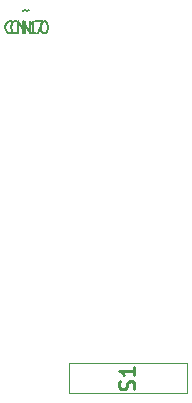
<source format=gbr>
%TF.GenerationSoftware,KiCad,Pcbnew,9.0.2*%
%TF.CreationDate,2025-07-03T17:47:09+02:00*%
%TF.ProjectId,PCB_accueil_STM,5043425f-6163-4637-9565-696c5f53544d,rev?*%
%TF.SameCoordinates,Original*%
%TF.FileFunction,AssemblyDrawing,Top*%
%FSLAX46Y46*%
G04 Gerber Fmt 4.6, Leading zero omitted, Abs format (unit mm)*
G04 Created by KiCad (PCBNEW 9.0.2) date 2025-07-03 17:47:09*
%MOMM*%
%LPD*%
G01*
G04 APERTURE LIST*
%ADD10C,0.254000*%
%ADD11C,0.150000*%
%ADD12C,0.100000*%
G04 APERTURE END LIST*
D10*
X117880842Y-131577079D02*
X117941318Y-131395650D01*
X117941318Y-131395650D02*
X117941318Y-131093269D01*
X117941318Y-131093269D02*
X117880842Y-130972317D01*
X117880842Y-130972317D02*
X117820365Y-130911841D01*
X117820365Y-130911841D02*
X117699413Y-130851364D01*
X117699413Y-130851364D02*
X117578461Y-130851364D01*
X117578461Y-130851364D02*
X117457508Y-130911841D01*
X117457508Y-130911841D02*
X117397032Y-130972317D01*
X117397032Y-130972317D02*
X117336556Y-131093269D01*
X117336556Y-131093269D02*
X117276080Y-131335174D01*
X117276080Y-131335174D02*
X117215603Y-131456126D01*
X117215603Y-131456126D02*
X117155127Y-131516603D01*
X117155127Y-131516603D02*
X117034175Y-131577079D01*
X117034175Y-131577079D02*
X116913222Y-131577079D01*
X116913222Y-131577079D02*
X116792270Y-131516603D01*
X116792270Y-131516603D02*
X116731794Y-131456126D01*
X116731794Y-131456126D02*
X116671318Y-131335174D01*
X116671318Y-131335174D02*
X116671318Y-131032793D01*
X116671318Y-131032793D02*
X116731794Y-130851364D01*
X117941318Y-129641840D02*
X117941318Y-130367555D01*
X117941318Y-130004698D02*
X116671318Y-130004698D01*
X116671318Y-130004698D02*
X116852746Y-130125650D01*
X116852746Y-130125650D02*
X116973699Y-130246602D01*
X116973699Y-130246602D02*
X117034175Y-130367555D01*
D11*
X108549095Y-99539326D02*
X108596714Y-99491707D01*
X108596714Y-99491707D02*
X108691952Y-99444088D01*
X108691952Y-99444088D02*
X108882428Y-99539326D01*
X108882428Y-99539326D02*
X108977666Y-99491707D01*
X108977666Y-99491707D02*
X109025285Y-99444088D01*
X108120523Y-101325040D02*
X108072904Y-101372660D01*
X108072904Y-101372660D02*
X107930047Y-101420279D01*
X107930047Y-101420279D02*
X107834809Y-101420279D01*
X107834809Y-101420279D02*
X107691952Y-101372660D01*
X107691952Y-101372660D02*
X107596714Y-101277421D01*
X107596714Y-101277421D02*
X107549095Y-101182183D01*
X107549095Y-101182183D02*
X107501476Y-100991707D01*
X107501476Y-100991707D02*
X107501476Y-100848850D01*
X107501476Y-100848850D02*
X107549095Y-100658374D01*
X107549095Y-100658374D02*
X107596714Y-100563136D01*
X107596714Y-100563136D02*
X107691952Y-100467898D01*
X107691952Y-100467898D02*
X107834809Y-100420279D01*
X107834809Y-100420279D02*
X107930047Y-100420279D01*
X107930047Y-100420279D02*
X108072904Y-100467898D01*
X108072904Y-100467898D02*
X108120523Y-100515517D01*
X108549095Y-101420279D02*
X108549095Y-100420279D01*
X108549095Y-100420279D02*
X109120523Y-101420279D01*
X109120523Y-101420279D02*
X109120523Y-100420279D01*
X109501476Y-100420279D02*
X110168142Y-100420279D01*
X110168142Y-100420279D02*
X109739571Y-101420279D01*
X108549095Y-99539326D02*
X108596714Y-99491707D01*
X108596714Y-99491707D02*
X108691952Y-99444088D01*
X108691952Y-99444088D02*
X108882428Y-99539326D01*
X108882428Y-99539326D02*
X108977666Y-99491707D01*
X108977666Y-99491707D02*
X109025285Y-99444088D01*
X107644333Y-101325040D02*
X107596714Y-101372660D01*
X107596714Y-101372660D02*
X107453857Y-101420279D01*
X107453857Y-101420279D02*
X107358619Y-101420279D01*
X107358619Y-101420279D02*
X107215762Y-101372660D01*
X107215762Y-101372660D02*
X107120524Y-101277421D01*
X107120524Y-101277421D02*
X107072905Y-101182183D01*
X107072905Y-101182183D02*
X107025286Y-100991707D01*
X107025286Y-100991707D02*
X107025286Y-100848850D01*
X107025286Y-100848850D02*
X107072905Y-100658374D01*
X107072905Y-100658374D02*
X107120524Y-100563136D01*
X107120524Y-100563136D02*
X107215762Y-100467898D01*
X107215762Y-100467898D02*
X107358619Y-100420279D01*
X107358619Y-100420279D02*
X107453857Y-100420279D01*
X107453857Y-100420279D02*
X107596714Y-100467898D01*
X107596714Y-100467898D02*
X107644333Y-100515517D01*
X108072905Y-101420279D02*
X108072905Y-100420279D01*
X108072905Y-100420279D02*
X108644333Y-101420279D01*
X108644333Y-101420279D02*
X108644333Y-100420279D01*
X109644333Y-101420279D02*
X109072905Y-101420279D01*
X109358619Y-101420279D02*
X109358619Y-100420279D01*
X109358619Y-100420279D02*
X109263381Y-100563136D01*
X109263381Y-100563136D02*
X109168143Y-100658374D01*
X109168143Y-100658374D02*
X109072905Y-100705993D01*
X110263381Y-100420279D02*
X110358619Y-100420279D01*
X110358619Y-100420279D02*
X110453857Y-100467898D01*
X110453857Y-100467898D02*
X110501476Y-100515517D01*
X110501476Y-100515517D02*
X110549095Y-100610755D01*
X110549095Y-100610755D02*
X110596714Y-100801231D01*
X110596714Y-100801231D02*
X110596714Y-101039326D01*
X110596714Y-101039326D02*
X110549095Y-101229802D01*
X110549095Y-101229802D02*
X110501476Y-101325040D01*
X110501476Y-101325040D02*
X110453857Y-101372660D01*
X110453857Y-101372660D02*
X110358619Y-101420279D01*
X110358619Y-101420279D02*
X110263381Y-101420279D01*
X110263381Y-101420279D02*
X110168143Y-101372660D01*
X110168143Y-101372660D02*
X110120524Y-101325040D01*
X110120524Y-101325040D02*
X110072905Y-101229802D01*
X110072905Y-101229802D02*
X110025286Y-101039326D01*
X110025286Y-101039326D02*
X110025286Y-100801231D01*
X110025286Y-100801231D02*
X110072905Y-100610755D01*
X110072905Y-100610755D02*
X110120524Y-100515517D01*
X110120524Y-100515517D02*
X110168143Y-100467898D01*
X110168143Y-100467898D02*
X110263381Y-100420279D01*
D12*
%TO.C,S1*%
X112367000Y-129359460D02*
X122367000Y-129359460D01*
X112367000Y-131859460D02*
X112367000Y-129359460D01*
X122367000Y-129359460D02*
X122367000Y-131859460D01*
X122367000Y-131859460D02*
X112367000Y-131859460D01*
%TD*%
M02*

</source>
